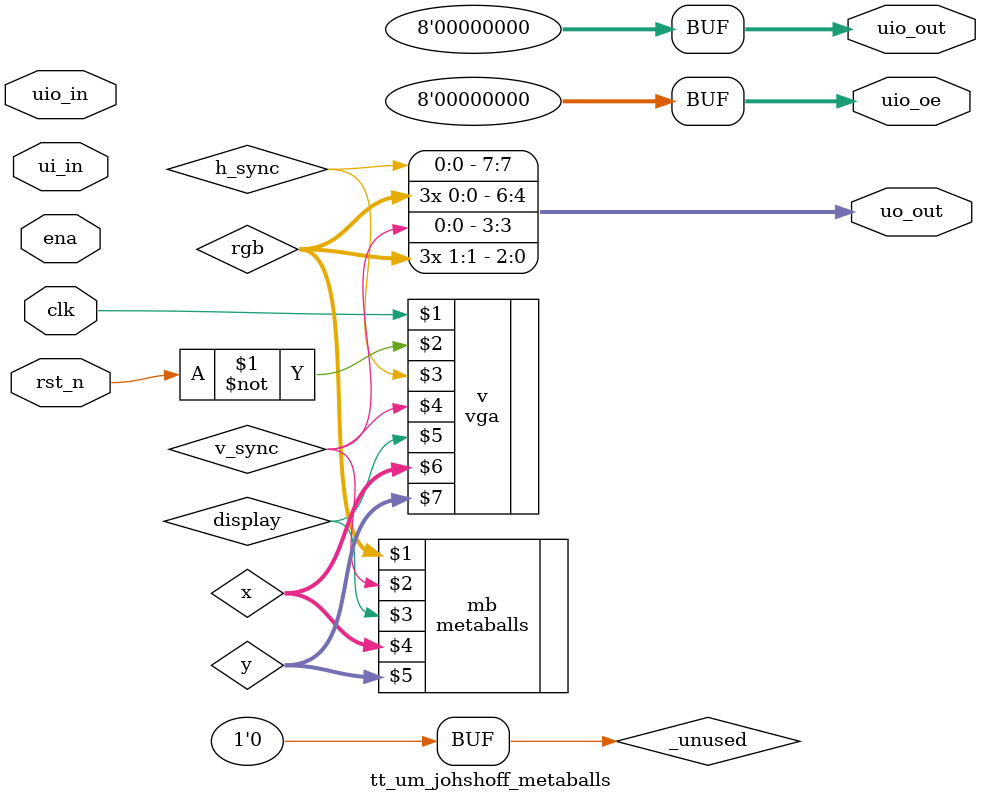
<source format=v>
/*
 * Copyright (c) 2024 Johannes Hoff
 * SPDX-License-Identifier: Apache-2.0
 */

`default_nettype none

module tt_um_johshoff_metaballs (
    input  wire [7:0] ui_in,    // Dedicated inputs
    output wire [7:0] uo_out,   // Dedicated outputs
    input  wire [7:0] uio_in,   // IOs: Input path
    output wire [7:0] uio_out,  // IOs: Output path
    output wire [7:0] uio_oe,   // IOs: Enable path (active high: 0=input, 1=output)
    input  wire       ena,      // always 1 when the design is powered, so you can ignore it
    input  wire       clk,      // clock
    input  wire       rst_n     // reset_n - low to reset
);
  wire display;
  wire[1:0] rgb;
  wire[9:0] x;
  wire[9:0] y;

  wire h_sync;
  wire v_sync;
  assign uo_out = {h_sync, rgb[0], rgb[0], rgb[0], v_sync, rgb[1], rgb[1], rgb[1]};
  assign uio_out = 0;
  assign uio_oe = 0;

  metaballs mb(
    rgb, v_sync,
    display,
    x,
    y
  );

  vga v(
    clk,
    ~rst_n,
    h_sync, v_sync,
    display,
    x,
    y
  );

  // List all unused inputs to prevent warnings
  wire _unused = &{ena, ui_in, uio_in, 1'b0};

endmodule

</source>
